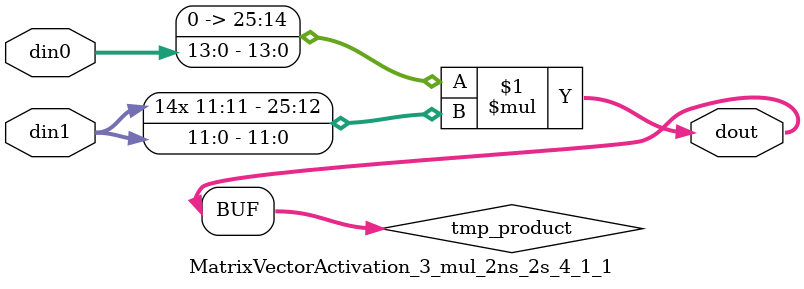
<source format=v>

`timescale 1 ns / 1 ps

  (* use_dsp = "no" *)  module MatrixVectorActivation_3_mul_2ns_2s_4_1_1(din0, din1, dout);
parameter ID = 1;
parameter NUM_STAGE = 0;
parameter din0_WIDTH = 14;
parameter din1_WIDTH = 12;
parameter dout_WIDTH = 26;

input [din0_WIDTH - 1 : 0] din0; 
input [din1_WIDTH - 1 : 0] din1; 
output [dout_WIDTH - 1 : 0] dout;

wire signed [dout_WIDTH - 1 : 0] tmp_product;











assign tmp_product = $signed({1'b0, din0}) * $signed(din1);










assign dout = tmp_product;







endmodule

</source>
